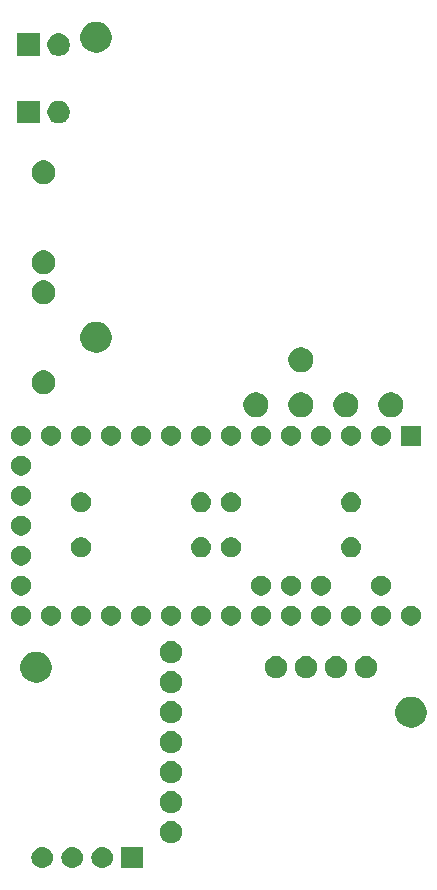
<source format=gbr>
G04 #@! TF.GenerationSoftware,KiCad,Pcbnew,(5.1.2)-2*
G04 #@! TF.CreationDate,2020-05-04T11:41:32-04:00*
G04 #@! TF.ProjectId,TeensyLC_DRV8871_MPRLS_Qwiic_v01,5465656e-7379-44c4-935f-445256383837,rev?*
G04 #@! TF.SameCoordinates,Original*
G04 #@! TF.FileFunction,Soldermask,Bot*
G04 #@! TF.FilePolarity,Negative*
%FSLAX46Y46*%
G04 Gerber Fmt 4.6, Leading zero omitted, Abs format (unit mm)*
G04 Created by KiCad (PCBNEW (5.1.2)-2) date 2020-05-04 11:41:32*
%MOMM*%
%LPD*%
G04 APERTURE LIST*
%ADD10C,0.100000*%
G04 APERTURE END LIST*
D10*
G36*
X31100442Y-68565518D02*
G01*
X31166627Y-68572037D01*
X31336466Y-68623557D01*
X31492991Y-68707222D01*
X31528729Y-68736552D01*
X31630186Y-68819814D01*
X31713448Y-68921271D01*
X31742778Y-68957009D01*
X31826443Y-69113534D01*
X31877963Y-69283373D01*
X31895359Y-69460000D01*
X31877963Y-69636627D01*
X31826443Y-69806466D01*
X31742778Y-69962991D01*
X31713448Y-69998729D01*
X31630186Y-70100186D01*
X31528729Y-70183448D01*
X31492991Y-70212778D01*
X31336466Y-70296443D01*
X31166627Y-70347963D01*
X31100443Y-70354481D01*
X31034260Y-70361000D01*
X30945740Y-70361000D01*
X30879557Y-70354481D01*
X30813373Y-70347963D01*
X30643534Y-70296443D01*
X30487009Y-70212778D01*
X30451271Y-70183448D01*
X30349814Y-70100186D01*
X30266552Y-69998729D01*
X30237222Y-69962991D01*
X30153557Y-69806466D01*
X30102037Y-69636627D01*
X30084641Y-69460000D01*
X30102037Y-69283373D01*
X30153557Y-69113534D01*
X30237222Y-68957009D01*
X30266552Y-68921271D01*
X30349814Y-68819814D01*
X30451271Y-68736552D01*
X30487009Y-68707222D01*
X30643534Y-68623557D01*
X30813373Y-68572037D01*
X30879558Y-68565518D01*
X30945740Y-68559000D01*
X31034260Y-68559000D01*
X31100442Y-68565518D01*
X31100442Y-68565518D01*
G37*
G36*
X33640442Y-68565518D02*
G01*
X33706627Y-68572037D01*
X33876466Y-68623557D01*
X34032991Y-68707222D01*
X34068729Y-68736552D01*
X34170186Y-68819814D01*
X34253448Y-68921271D01*
X34282778Y-68957009D01*
X34366443Y-69113534D01*
X34417963Y-69283373D01*
X34435359Y-69460000D01*
X34417963Y-69636627D01*
X34366443Y-69806466D01*
X34282778Y-69962991D01*
X34253448Y-69998729D01*
X34170186Y-70100186D01*
X34068729Y-70183448D01*
X34032991Y-70212778D01*
X33876466Y-70296443D01*
X33706627Y-70347963D01*
X33640443Y-70354481D01*
X33574260Y-70361000D01*
X33485740Y-70361000D01*
X33419557Y-70354481D01*
X33353373Y-70347963D01*
X33183534Y-70296443D01*
X33027009Y-70212778D01*
X32991271Y-70183448D01*
X32889814Y-70100186D01*
X32806552Y-69998729D01*
X32777222Y-69962991D01*
X32693557Y-69806466D01*
X32642037Y-69636627D01*
X32624641Y-69460000D01*
X32642037Y-69283373D01*
X32693557Y-69113534D01*
X32777222Y-68957009D01*
X32806552Y-68921271D01*
X32889814Y-68819814D01*
X32991271Y-68736552D01*
X33027009Y-68707222D01*
X33183534Y-68623557D01*
X33353373Y-68572037D01*
X33419558Y-68565518D01*
X33485740Y-68559000D01*
X33574260Y-68559000D01*
X33640442Y-68565518D01*
X33640442Y-68565518D01*
G37*
G36*
X28560442Y-68565518D02*
G01*
X28626627Y-68572037D01*
X28796466Y-68623557D01*
X28952991Y-68707222D01*
X28988729Y-68736552D01*
X29090186Y-68819814D01*
X29173448Y-68921271D01*
X29202778Y-68957009D01*
X29286443Y-69113534D01*
X29337963Y-69283373D01*
X29355359Y-69460000D01*
X29337963Y-69636627D01*
X29286443Y-69806466D01*
X29202778Y-69962991D01*
X29173448Y-69998729D01*
X29090186Y-70100186D01*
X28988729Y-70183448D01*
X28952991Y-70212778D01*
X28796466Y-70296443D01*
X28626627Y-70347963D01*
X28560443Y-70354481D01*
X28494260Y-70361000D01*
X28405740Y-70361000D01*
X28339557Y-70354481D01*
X28273373Y-70347963D01*
X28103534Y-70296443D01*
X27947009Y-70212778D01*
X27911271Y-70183448D01*
X27809814Y-70100186D01*
X27726552Y-69998729D01*
X27697222Y-69962991D01*
X27613557Y-69806466D01*
X27562037Y-69636627D01*
X27544641Y-69460000D01*
X27562037Y-69283373D01*
X27613557Y-69113534D01*
X27697222Y-68957009D01*
X27726552Y-68921271D01*
X27809814Y-68819814D01*
X27911271Y-68736552D01*
X27947009Y-68707222D01*
X28103534Y-68623557D01*
X28273373Y-68572037D01*
X28339558Y-68565518D01*
X28405740Y-68559000D01*
X28494260Y-68559000D01*
X28560442Y-68565518D01*
X28560442Y-68565518D01*
G37*
G36*
X36971000Y-70361000D02*
G01*
X35169000Y-70361000D01*
X35169000Y-68559000D01*
X36971000Y-68559000D01*
X36971000Y-70361000D01*
X36971000Y-70361000D01*
G37*
G36*
X39644187Y-66406123D02*
G01*
X39815255Y-66476982D01*
X39815257Y-66476983D01*
X39892758Y-66528768D01*
X39969214Y-66579854D01*
X40100146Y-66710786D01*
X40203018Y-66864745D01*
X40273877Y-67035813D01*
X40310000Y-67217417D01*
X40310000Y-67402583D01*
X40273877Y-67584187D01*
X40203018Y-67755255D01*
X40203017Y-67755257D01*
X40100145Y-67909215D01*
X39969215Y-68040145D01*
X39815257Y-68143017D01*
X39815256Y-68143018D01*
X39815255Y-68143018D01*
X39644187Y-68213877D01*
X39462583Y-68250000D01*
X39277417Y-68250000D01*
X39095813Y-68213877D01*
X38924745Y-68143018D01*
X38924744Y-68143018D01*
X38924743Y-68143017D01*
X38770785Y-68040145D01*
X38639855Y-67909215D01*
X38536983Y-67755257D01*
X38536982Y-67755255D01*
X38466123Y-67584187D01*
X38430000Y-67402583D01*
X38430000Y-67217417D01*
X38466123Y-67035813D01*
X38536982Y-66864745D01*
X38639854Y-66710786D01*
X38770786Y-66579854D01*
X38847242Y-66528768D01*
X38924743Y-66476983D01*
X38924745Y-66476982D01*
X39095813Y-66406123D01*
X39277417Y-66370000D01*
X39462583Y-66370000D01*
X39644187Y-66406123D01*
X39644187Y-66406123D01*
G37*
G36*
X39644187Y-63866123D02*
G01*
X39815255Y-63936982D01*
X39815257Y-63936983D01*
X39892758Y-63988768D01*
X39969214Y-64039854D01*
X40100146Y-64170786D01*
X40203018Y-64324745D01*
X40273877Y-64495813D01*
X40310000Y-64677417D01*
X40310000Y-64862583D01*
X40273877Y-65044187D01*
X40203018Y-65215255D01*
X40203017Y-65215257D01*
X40100145Y-65369215D01*
X39969215Y-65500145D01*
X39815257Y-65603017D01*
X39815256Y-65603018D01*
X39815255Y-65603018D01*
X39644187Y-65673877D01*
X39462583Y-65710000D01*
X39277417Y-65710000D01*
X39095813Y-65673877D01*
X38924745Y-65603018D01*
X38924744Y-65603018D01*
X38924743Y-65603017D01*
X38770785Y-65500145D01*
X38639855Y-65369215D01*
X38536983Y-65215257D01*
X38536982Y-65215255D01*
X38466123Y-65044187D01*
X38430000Y-64862583D01*
X38430000Y-64677417D01*
X38466123Y-64495813D01*
X38536982Y-64324745D01*
X38639854Y-64170786D01*
X38770786Y-64039854D01*
X38847242Y-63988768D01*
X38924743Y-63936983D01*
X38924745Y-63936982D01*
X39095813Y-63866123D01*
X39277417Y-63830000D01*
X39462583Y-63830000D01*
X39644187Y-63866123D01*
X39644187Y-63866123D01*
G37*
G36*
X39644187Y-61326123D02*
G01*
X39815255Y-61396982D01*
X39815257Y-61396983D01*
X39892758Y-61448768D01*
X39969214Y-61499854D01*
X40100146Y-61630786D01*
X40203018Y-61784745D01*
X40273877Y-61955813D01*
X40310000Y-62137417D01*
X40310000Y-62322583D01*
X40273877Y-62504187D01*
X40203018Y-62675255D01*
X40203017Y-62675257D01*
X40100145Y-62829215D01*
X39969215Y-62960145D01*
X39815257Y-63063017D01*
X39815256Y-63063018D01*
X39815255Y-63063018D01*
X39644187Y-63133877D01*
X39462583Y-63170000D01*
X39277417Y-63170000D01*
X39095813Y-63133877D01*
X38924745Y-63063018D01*
X38924744Y-63063018D01*
X38924743Y-63063017D01*
X38770785Y-62960145D01*
X38639855Y-62829215D01*
X38536983Y-62675257D01*
X38536982Y-62675255D01*
X38466123Y-62504187D01*
X38430000Y-62322583D01*
X38430000Y-62137417D01*
X38466123Y-61955813D01*
X38536982Y-61784745D01*
X38639854Y-61630786D01*
X38770786Y-61499854D01*
X38847242Y-61448768D01*
X38924743Y-61396983D01*
X38924745Y-61396982D01*
X39095813Y-61326123D01*
X39277417Y-61290000D01*
X39462583Y-61290000D01*
X39644187Y-61326123D01*
X39644187Y-61326123D01*
G37*
G36*
X39644187Y-58786123D02*
G01*
X39815255Y-58856982D01*
X39815257Y-58856983D01*
X39892758Y-58908768D01*
X39969214Y-58959854D01*
X40100146Y-59090786D01*
X40203018Y-59244745D01*
X40273877Y-59415813D01*
X40310000Y-59597417D01*
X40310000Y-59782583D01*
X40273877Y-59964187D01*
X40203018Y-60135255D01*
X40203017Y-60135257D01*
X40100145Y-60289215D01*
X39969215Y-60420145D01*
X39815257Y-60523017D01*
X39815256Y-60523018D01*
X39815255Y-60523018D01*
X39644187Y-60593877D01*
X39462583Y-60630000D01*
X39277417Y-60630000D01*
X39095813Y-60593877D01*
X38924745Y-60523018D01*
X38924744Y-60523018D01*
X38924743Y-60523017D01*
X38770785Y-60420145D01*
X38639855Y-60289215D01*
X38536983Y-60135257D01*
X38536982Y-60135255D01*
X38466123Y-59964187D01*
X38430000Y-59782583D01*
X38430000Y-59597417D01*
X38466123Y-59415813D01*
X38536982Y-59244745D01*
X38639854Y-59090786D01*
X38770786Y-58959854D01*
X38847242Y-58908768D01*
X38924743Y-58856983D01*
X38924745Y-58856982D01*
X39095813Y-58786123D01*
X39277417Y-58750000D01*
X39462583Y-58750000D01*
X39644187Y-58786123D01*
X39644187Y-58786123D01*
G37*
G36*
X59947714Y-55854382D02*
G01*
X60075322Y-55879765D01*
X60216148Y-55938097D01*
X60315727Y-55979344D01*
X60315728Y-55979345D01*
X60532089Y-56123912D01*
X60716088Y-56307911D01*
X60790886Y-56419855D01*
X60860656Y-56524273D01*
X60871638Y-56550786D01*
X60960235Y-56764678D01*
X61011000Y-57019893D01*
X61011000Y-57280107D01*
X60960235Y-57535322D01*
X60901903Y-57676148D01*
X60860656Y-57775727D01*
X60860655Y-57775728D01*
X60716088Y-57992089D01*
X60532089Y-58176088D01*
X60387521Y-58272685D01*
X60315727Y-58320656D01*
X60216148Y-58361903D01*
X60075322Y-58420235D01*
X59947714Y-58445618D01*
X59820109Y-58471000D01*
X59559891Y-58471000D01*
X59432286Y-58445618D01*
X59304678Y-58420235D01*
X59163852Y-58361903D01*
X59064273Y-58320656D01*
X58992479Y-58272685D01*
X58847911Y-58176088D01*
X58663912Y-57992089D01*
X58519345Y-57775728D01*
X58519344Y-57775727D01*
X58478097Y-57676148D01*
X58419765Y-57535322D01*
X58369000Y-57280107D01*
X58369000Y-57019893D01*
X58419765Y-56764678D01*
X58508362Y-56550786D01*
X58519344Y-56524273D01*
X58589114Y-56419855D01*
X58663912Y-56307911D01*
X58847911Y-56123912D01*
X59064272Y-55979345D01*
X59064273Y-55979344D01*
X59163852Y-55938097D01*
X59304678Y-55879765D01*
X59432286Y-55854382D01*
X59559891Y-55829000D01*
X59820109Y-55829000D01*
X59947714Y-55854382D01*
X59947714Y-55854382D01*
G37*
G36*
X39644187Y-56246123D02*
G01*
X39793358Y-56307912D01*
X39815257Y-56316983D01*
X39892758Y-56368768D01*
X39969214Y-56419854D01*
X40100146Y-56550786D01*
X40203018Y-56704745D01*
X40273877Y-56875813D01*
X40310000Y-57057417D01*
X40310000Y-57242583D01*
X40273877Y-57424187D01*
X40227844Y-57535320D01*
X40203017Y-57595257D01*
X40100145Y-57749215D01*
X39969215Y-57880145D01*
X39815257Y-57983017D01*
X39815256Y-57983018D01*
X39815255Y-57983018D01*
X39644187Y-58053877D01*
X39462583Y-58090000D01*
X39277417Y-58090000D01*
X39095813Y-58053877D01*
X38924745Y-57983018D01*
X38924744Y-57983018D01*
X38924743Y-57983017D01*
X38770785Y-57880145D01*
X38639855Y-57749215D01*
X38536983Y-57595257D01*
X38512156Y-57535320D01*
X38466123Y-57424187D01*
X38430000Y-57242583D01*
X38430000Y-57057417D01*
X38466123Y-56875813D01*
X38536982Y-56704745D01*
X38639854Y-56550786D01*
X38770786Y-56419854D01*
X38847242Y-56368768D01*
X38924743Y-56316983D01*
X38946642Y-56307912D01*
X39095813Y-56246123D01*
X39277417Y-56210000D01*
X39462583Y-56210000D01*
X39644187Y-56246123D01*
X39644187Y-56246123D01*
G37*
G36*
X39644187Y-53706123D02*
G01*
X39815255Y-53776982D01*
X39815257Y-53776983D01*
X39892758Y-53828768D01*
X39969214Y-53879854D01*
X40100146Y-54010786D01*
X40203018Y-54164745D01*
X40273877Y-54335813D01*
X40310000Y-54517417D01*
X40310000Y-54702583D01*
X40273877Y-54884187D01*
X40203018Y-55055255D01*
X40203017Y-55055257D01*
X40100145Y-55209215D01*
X39969215Y-55340145D01*
X39815257Y-55443017D01*
X39815256Y-55443018D01*
X39815255Y-55443018D01*
X39644187Y-55513877D01*
X39462583Y-55550000D01*
X39277417Y-55550000D01*
X39095813Y-55513877D01*
X38924745Y-55443018D01*
X38924744Y-55443018D01*
X38924743Y-55443017D01*
X38770785Y-55340145D01*
X38639855Y-55209215D01*
X38536983Y-55055257D01*
X38536982Y-55055255D01*
X38466123Y-54884187D01*
X38430000Y-54702583D01*
X38430000Y-54517417D01*
X38466123Y-54335813D01*
X38536982Y-54164745D01*
X38639854Y-54010786D01*
X38770786Y-53879854D01*
X38847242Y-53828768D01*
X38924743Y-53776983D01*
X38924745Y-53776982D01*
X39095813Y-53706123D01*
X39277417Y-53670000D01*
X39462583Y-53670000D01*
X39644187Y-53706123D01*
X39644187Y-53706123D01*
G37*
G36*
X28197715Y-52044383D02*
G01*
X28325322Y-52069765D01*
X28466148Y-52128097D01*
X28565727Y-52169344D01*
X28565728Y-52169345D01*
X28782089Y-52313912D01*
X28966088Y-52497911D01*
X29040886Y-52609855D01*
X29110656Y-52714273D01*
X29121638Y-52740786D01*
X29210235Y-52954678D01*
X29261000Y-53209893D01*
X29261000Y-53470107D01*
X29210235Y-53725322D01*
X29151903Y-53866148D01*
X29110656Y-53965727D01*
X29110655Y-53965728D01*
X28966088Y-54182089D01*
X28782089Y-54366088D01*
X28637521Y-54462685D01*
X28565727Y-54510656D01*
X28466148Y-54551903D01*
X28325322Y-54610235D01*
X28197715Y-54635617D01*
X28070109Y-54661000D01*
X27809891Y-54661000D01*
X27682285Y-54635617D01*
X27554678Y-54610235D01*
X27413852Y-54551903D01*
X27314273Y-54510656D01*
X27242479Y-54462685D01*
X27097911Y-54366088D01*
X26913912Y-54182089D01*
X26769345Y-53965728D01*
X26769344Y-53965727D01*
X26728097Y-53866148D01*
X26669765Y-53725322D01*
X26619000Y-53470107D01*
X26619000Y-53209893D01*
X26669765Y-52954678D01*
X26758362Y-52740786D01*
X26769344Y-52714273D01*
X26839114Y-52609855D01*
X26913912Y-52497911D01*
X27097911Y-52313912D01*
X27314272Y-52169345D01*
X27314273Y-52169344D01*
X27413852Y-52128097D01*
X27554678Y-52069765D01*
X27682285Y-52044383D01*
X27809891Y-52019000D01*
X28070109Y-52019000D01*
X28197715Y-52044383D01*
X28197715Y-52044383D01*
G37*
G36*
X53614187Y-52436123D02*
G01*
X53763358Y-52497912D01*
X53785257Y-52506983D01*
X53862758Y-52558768D01*
X53939214Y-52609854D01*
X54070146Y-52740786D01*
X54173018Y-52894745D01*
X54243877Y-53065813D01*
X54280000Y-53247417D01*
X54280000Y-53432583D01*
X54243877Y-53614187D01*
X54205795Y-53706124D01*
X54173017Y-53785257D01*
X54070145Y-53939215D01*
X53939215Y-54070145D01*
X53785257Y-54173017D01*
X53785256Y-54173018D01*
X53785255Y-54173018D01*
X53614187Y-54243877D01*
X53432583Y-54280000D01*
X53247417Y-54280000D01*
X53065813Y-54243877D01*
X52894745Y-54173018D01*
X52894744Y-54173018D01*
X52894743Y-54173017D01*
X52740785Y-54070145D01*
X52609855Y-53939215D01*
X52506983Y-53785257D01*
X52474205Y-53706124D01*
X52436123Y-53614187D01*
X52400000Y-53432583D01*
X52400000Y-53247417D01*
X52436123Y-53065813D01*
X52506982Y-52894745D01*
X52609854Y-52740786D01*
X52740786Y-52609854D01*
X52817242Y-52558768D01*
X52894743Y-52506983D01*
X52916642Y-52497912D01*
X53065813Y-52436123D01*
X53247417Y-52400000D01*
X53432583Y-52400000D01*
X53614187Y-52436123D01*
X53614187Y-52436123D01*
G37*
G36*
X48534187Y-52436123D02*
G01*
X48683358Y-52497912D01*
X48705257Y-52506983D01*
X48782758Y-52558768D01*
X48859214Y-52609854D01*
X48990146Y-52740786D01*
X49093018Y-52894745D01*
X49163877Y-53065813D01*
X49200000Y-53247417D01*
X49200000Y-53432583D01*
X49163877Y-53614187D01*
X49125795Y-53706124D01*
X49093017Y-53785257D01*
X48990145Y-53939215D01*
X48859215Y-54070145D01*
X48705257Y-54173017D01*
X48705256Y-54173018D01*
X48705255Y-54173018D01*
X48534187Y-54243877D01*
X48352583Y-54280000D01*
X48167417Y-54280000D01*
X47985813Y-54243877D01*
X47814745Y-54173018D01*
X47814744Y-54173018D01*
X47814743Y-54173017D01*
X47660785Y-54070145D01*
X47529855Y-53939215D01*
X47426983Y-53785257D01*
X47394205Y-53706124D01*
X47356123Y-53614187D01*
X47320000Y-53432583D01*
X47320000Y-53247417D01*
X47356123Y-53065813D01*
X47426982Y-52894745D01*
X47529854Y-52740786D01*
X47660786Y-52609854D01*
X47737242Y-52558768D01*
X47814743Y-52506983D01*
X47836642Y-52497912D01*
X47985813Y-52436123D01*
X48167417Y-52400000D01*
X48352583Y-52400000D01*
X48534187Y-52436123D01*
X48534187Y-52436123D01*
G37*
G36*
X51074187Y-52436123D02*
G01*
X51223358Y-52497912D01*
X51245257Y-52506983D01*
X51322758Y-52558768D01*
X51399214Y-52609854D01*
X51530146Y-52740786D01*
X51633018Y-52894745D01*
X51703877Y-53065813D01*
X51740000Y-53247417D01*
X51740000Y-53432583D01*
X51703877Y-53614187D01*
X51665795Y-53706124D01*
X51633017Y-53785257D01*
X51530145Y-53939215D01*
X51399215Y-54070145D01*
X51245257Y-54173017D01*
X51245256Y-54173018D01*
X51245255Y-54173018D01*
X51074187Y-54243877D01*
X50892583Y-54280000D01*
X50707417Y-54280000D01*
X50525813Y-54243877D01*
X50354745Y-54173018D01*
X50354744Y-54173018D01*
X50354743Y-54173017D01*
X50200785Y-54070145D01*
X50069855Y-53939215D01*
X49966983Y-53785257D01*
X49934205Y-53706124D01*
X49896123Y-53614187D01*
X49860000Y-53432583D01*
X49860000Y-53247417D01*
X49896123Y-53065813D01*
X49966982Y-52894745D01*
X50069854Y-52740786D01*
X50200786Y-52609854D01*
X50277242Y-52558768D01*
X50354743Y-52506983D01*
X50376642Y-52497912D01*
X50525813Y-52436123D01*
X50707417Y-52400000D01*
X50892583Y-52400000D01*
X51074187Y-52436123D01*
X51074187Y-52436123D01*
G37*
G36*
X56154187Y-52436123D02*
G01*
X56303358Y-52497912D01*
X56325257Y-52506983D01*
X56402758Y-52558768D01*
X56479214Y-52609854D01*
X56610146Y-52740786D01*
X56713018Y-52894745D01*
X56783877Y-53065813D01*
X56820000Y-53247417D01*
X56820000Y-53432583D01*
X56783877Y-53614187D01*
X56745795Y-53706124D01*
X56713017Y-53785257D01*
X56610145Y-53939215D01*
X56479215Y-54070145D01*
X56325257Y-54173017D01*
X56325256Y-54173018D01*
X56325255Y-54173018D01*
X56154187Y-54243877D01*
X55972583Y-54280000D01*
X55787417Y-54280000D01*
X55605813Y-54243877D01*
X55434745Y-54173018D01*
X55434744Y-54173018D01*
X55434743Y-54173017D01*
X55280785Y-54070145D01*
X55149855Y-53939215D01*
X55046983Y-53785257D01*
X55014205Y-53706124D01*
X54976123Y-53614187D01*
X54940000Y-53432583D01*
X54940000Y-53247417D01*
X54976123Y-53065813D01*
X55046982Y-52894745D01*
X55149854Y-52740786D01*
X55280786Y-52609854D01*
X55357242Y-52558768D01*
X55434743Y-52506983D01*
X55456642Y-52497912D01*
X55605813Y-52436123D01*
X55787417Y-52400000D01*
X55972583Y-52400000D01*
X56154187Y-52436123D01*
X56154187Y-52436123D01*
G37*
G36*
X39644187Y-51166123D02*
G01*
X39815255Y-51236982D01*
X39815257Y-51236983D01*
X39892758Y-51288768D01*
X39969214Y-51339854D01*
X40100146Y-51470786D01*
X40203018Y-51624745D01*
X40273877Y-51795813D01*
X40310000Y-51977417D01*
X40310000Y-52162583D01*
X40273877Y-52344187D01*
X40235795Y-52436124D01*
X40203017Y-52515257D01*
X40100145Y-52669215D01*
X39969215Y-52800145D01*
X39815257Y-52903017D01*
X39815256Y-52903018D01*
X39815255Y-52903018D01*
X39644187Y-52973877D01*
X39462583Y-53010000D01*
X39277417Y-53010000D01*
X39095813Y-52973877D01*
X38924745Y-52903018D01*
X38924744Y-52903018D01*
X38924743Y-52903017D01*
X38770785Y-52800145D01*
X38639855Y-52669215D01*
X38536983Y-52515257D01*
X38504205Y-52436124D01*
X38466123Y-52344187D01*
X38430000Y-52162583D01*
X38430000Y-51977417D01*
X38466123Y-51795813D01*
X38536982Y-51624745D01*
X38639854Y-51470786D01*
X38770786Y-51339854D01*
X38847242Y-51288768D01*
X38924743Y-51236983D01*
X38924745Y-51236982D01*
X39095813Y-51166123D01*
X39277417Y-51130000D01*
X39462583Y-51130000D01*
X39644187Y-51166123D01*
X39644187Y-51166123D01*
G37*
G36*
X34538228Y-48151704D02*
G01*
X34693100Y-48215854D01*
X34832481Y-48308986D01*
X34951015Y-48427520D01*
X35044147Y-48566901D01*
X35108297Y-48721773D01*
X35141000Y-48886185D01*
X35141000Y-49053817D01*
X35108297Y-49218229D01*
X35044147Y-49373101D01*
X34951015Y-49512482D01*
X34832481Y-49631016D01*
X34693100Y-49724148D01*
X34538228Y-49788298D01*
X34373816Y-49821001D01*
X34206184Y-49821001D01*
X34041772Y-49788298D01*
X33886900Y-49724148D01*
X33747519Y-49631016D01*
X33628985Y-49512482D01*
X33535853Y-49373101D01*
X33471703Y-49218229D01*
X33439000Y-49053817D01*
X33439000Y-48886185D01*
X33471703Y-48721773D01*
X33535853Y-48566901D01*
X33628985Y-48427520D01*
X33747519Y-48308986D01*
X33886900Y-48215854D01*
X34041772Y-48151704D01*
X34206184Y-48119001D01*
X34373816Y-48119001D01*
X34538228Y-48151704D01*
X34538228Y-48151704D01*
G37*
G36*
X44698228Y-48151704D02*
G01*
X44853100Y-48215854D01*
X44992481Y-48308986D01*
X45111015Y-48427520D01*
X45204147Y-48566901D01*
X45268297Y-48721773D01*
X45301000Y-48886185D01*
X45301000Y-49053817D01*
X45268297Y-49218229D01*
X45204147Y-49373101D01*
X45111015Y-49512482D01*
X44992481Y-49631016D01*
X44853100Y-49724148D01*
X44698228Y-49788298D01*
X44533816Y-49821001D01*
X44366184Y-49821001D01*
X44201772Y-49788298D01*
X44046900Y-49724148D01*
X43907519Y-49631016D01*
X43788985Y-49512482D01*
X43695853Y-49373101D01*
X43631703Y-49218229D01*
X43599000Y-49053817D01*
X43599000Y-48886185D01*
X43631703Y-48721773D01*
X43695853Y-48566901D01*
X43788985Y-48427520D01*
X43907519Y-48308986D01*
X44046900Y-48215854D01*
X44201772Y-48151704D01*
X44366184Y-48119001D01*
X44533816Y-48119001D01*
X44698228Y-48151704D01*
X44698228Y-48151704D01*
G37*
G36*
X42158228Y-48151704D02*
G01*
X42313100Y-48215854D01*
X42452481Y-48308986D01*
X42571015Y-48427520D01*
X42664147Y-48566901D01*
X42728297Y-48721773D01*
X42761000Y-48886185D01*
X42761000Y-49053817D01*
X42728297Y-49218229D01*
X42664147Y-49373101D01*
X42571015Y-49512482D01*
X42452481Y-49631016D01*
X42313100Y-49724148D01*
X42158228Y-49788298D01*
X41993816Y-49821001D01*
X41826184Y-49821001D01*
X41661772Y-49788298D01*
X41506900Y-49724148D01*
X41367519Y-49631016D01*
X41248985Y-49512482D01*
X41155853Y-49373101D01*
X41091703Y-49218229D01*
X41059000Y-49053817D01*
X41059000Y-48886185D01*
X41091703Y-48721773D01*
X41155853Y-48566901D01*
X41248985Y-48427520D01*
X41367519Y-48308986D01*
X41506900Y-48215854D01*
X41661772Y-48151704D01*
X41826184Y-48119001D01*
X41993816Y-48119001D01*
X42158228Y-48151704D01*
X42158228Y-48151704D01*
G37*
G36*
X59938228Y-48151704D02*
G01*
X60093100Y-48215854D01*
X60232481Y-48308986D01*
X60351015Y-48427520D01*
X60444147Y-48566901D01*
X60508297Y-48721773D01*
X60541000Y-48886185D01*
X60541000Y-49053817D01*
X60508297Y-49218229D01*
X60444147Y-49373101D01*
X60351015Y-49512482D01*
X60232481Y-49631016D01*
X60093100Y-49724148D01*
X59938228Y-49788298D01*
X59773816Y-49821001D01*
X59606184Y-49821001D01*
X59441772Y-49788298D01*
X59286900Y-49724148D01*
X59147519Y-49631016D01*
X59028985Y-49512482D01*
X58935853Y-49373101D01*
X58871703Y-49218229D01*
X58839000Y-49053817D01*
X58839000Y-48886185D01*
X58871703Y-48721773D01*
X58935853Y-48566901D01*
X59028985Y-48427520D01*
X59147519Y-48308986D01*
X59286900Y-48215854D01*
X59441772Y-48151704D01*
X59606184Y-48119001D01*
X59773816Y-48119001D01*
X59938228Y-48151704D01*
X59938228Y-48151704D01*
G37*
G36*
X52318228Y-48151704D02*
G01*
X52473100Y-48215854D01*
X52612481Y-48308986D01*
X52731015Y-48427520D01*
X52824147Y-48566901D01*
X52888297Y-48721773D01*
X52921000Y-48886185D01*
X52921000Y-49053817D01*
X52888297Y-49218229D01*
X52824147Y-49373101D01*
X52731015Y-49512482D01*
X52612481Y-49631016D01*
X52473100Y-49724148D01*
X52318228Y-49788298D01*
X52153816Y-49821001D01*
X51986184Y-49821001D01*
X51821772Y-49788298D01*
X51666900Y-49724148D01*
X51527519Y-49631016D01*
X51408985Y-49512482D01*
X51315853Y-49373101D01*
X51251703Y-49218229D01*
X51219000Y-49053817D01*
X51219000Y-48886185D01*
X51251703Y-48721773D01*
X51315853Y-48566901D01*
X51408985Y-48427520D01*
X51527519Y-48308986D01*
X51666900Y-48215854D01*
X51821772Y-48151704D01*
X51986184Y-48119001D01*
X52153816Y-48119001D01*
X52318228Y-48151704D01*
X52318228Y-48151704D01*
G37*
G36*
X49778228Y-48151704D02*
G01*
X49933100Y-48215854D01*
X50072481Y-48308986D01*
X50191015Y-48427520D01*
X50284147Y-48566901D01*
X50348297Y-48721773D01*
X50381000Y-48886185D01*
X50381000Y-49053817D01*
X50348297Y-49218229D01*
X50284147Y-49373101D01*
X50191015Y-49512482D01*
X50072481Y-49631016D01*
X49933100Y-49724148D01*
X49778228Y-49788298D01*
X49613816Y-49821001D01*
X49446184Y-49821001D01*
X49281772Y-49788298D01*
X49126900Y-49724148D01*
X48987519Y-49631016D01*
X48868985Y-49512482D01*
X48775853Y-49373101D01*
X48711703Y-49218229D01*
X48679000Y-49053817D01*
X48679000Y-48886185D01*
X48711703Y-48721773D01*
X48775853Y-48566901D01*
X48868985Y-48427520D01*
X48987519Y-48308986D01*
X49126900Y-48215854D01*
X49281772Y-48151704D01*
X49446184Y-48119001D01*
X49613816Y-48119001D01*
X49778228Y-48151704D01*
X49778228Y-48151704D01*
G37*
G36*
X57398228Y-48151704D02*
G01*
X57553100Y-48215854D01*
X57692481Y-48308986D01*
X57811015Y-48427520D01*
X57904147Y-48566901D01*
X57968297Y-48721773D01*
X58001000Y-48886185D01*
X58001000Y-49053817D01*
X57968297Y-49218229D01*
X57904147Y-49373101D01*
X57811015Y-49512482D01*
X57692481Y-49631016D01*
X57553100Y-49724148D01*
X57398228Y-49788298D01*
X57233816Y-49821001D01*
X57066184Y-49821001D01*
X56901772Y-49788298D01*
X56746900Y-49724148D01*
X56607519Y-49631016D01*
X56488985Y-49512482D01*
X56395853Y-49373101D01*
X56331703Y-49218229D01*
X56299000Y-49053817D01*
X56299000Y-48886185D01*
X56331703Y-48721773D01*
X56395853Y-48566901D01*
X56488985Y-48427520D01*
X56607519Y-48308986D01*
X56746900Y-48215854D01*
X56901772Y-48151704D01*
X57066184Y-48119001D01*
X57233816Y-48119001D01*
X57398228Y-48151704D01*
X57398228Y-48151704D01*
G37*
G36*
X54858228Y-48151704D02*
G01*
X55013100Y-48215854D01*
X55152481Y-48308986D01*
X55271015Y-48427520D01*
X55364147Y-48566901D01*
X55428297Y-48721773D01*
X55461000Y-48886185D01*
X55461000Y-49053817D01*
X55428297Y-49218229D01*
X55364147Y-49373101D01*
X55271015Y-49512482D01*
X55152481Y-49631016D01*
X55013100Y-49724148D01*
X54858228Y-49788298D01*
X54693816Y-49821001D01*
X54526184Y-49821001D01*
X54361772Y-49788298D01*
X54206900Y-49724148D01*
X54067519Y-49631016D01*
X53948985Y-49512482D01*
X53855853Y-49373101D01*
X53791703Y-49218229D01*
X53759000Y-49053817D01*
X53759000Y-48886185D01*
X53791703Y-48721773D01*
X53855853Y-48566901D01*
X53948985Y-48427520D01*
X54067519Y-48308986D01*
X54206900Y-48215854D01*
X54361772Y-48151704D01*
X54526184Y-48119001D01*
X54693816Y-48119001D01*
X54858228Y-48151704D01*
X54858228Y-48151704D01*
G37*
G36*
X47238228Y-48151704D02*
G01*
X47393100Y-48215854D01*
X47532481Y-48308986D01*
X47651015Y-48427520D01*
X47744147Y-48566901D01*
X47808297Y-48721773D01*
X47841000Y-48886185D01*
X47841000Y-49053817D01*
X47808297Y-49218229D01*
X47744147Y-49373101D01*
X47651015Y-49512482D01*
X47532481Y-49631016D01*
X47393100Y-49724148D01*
X47238228Y-49788298D01*
X47073816Y-49821001D01*
X46906184Y-49821001D01*
X46741772Y-49788298D01*
X46586900Y-49724148D01*
X46447519Y-49631016D01*
X46328985Y-49512482D01*
X46235853Y-49373101D01*
X46171703Y-49218229D01*
X46139000Y-49053817D01*
X46139000Y-48886185D01*
X46171703Y-48721773D01*
X46235853Y-48566901D01*
X46328985Y-48427520D01*
X46447519Y-48308986D01*
X46586900Y-48215854D01*
X46741772Y-48151704D01*
X46906184Y-48119001D01*
X47073816Y-48119001D01*
X47238228Y-48151704D01*
X47238228Y-48151704D01*
G37*
G36*
X37078228Y-48151704D02*
G01*
X37233100Y-48215854D01*
X37372481Y-48308986D01*
X37491015Y-48427520D01*
X37584147Y-48566901D01*
X37648297Y-48721773D01*
X37681000Y-48886185D01*
X37681000Y-49053817D01*
X37648297Y-49218229D01*
X37584147Y-49373101D01*
X37491015Y-49512482D01*
X37372481Y-49631016D01*
X37233100Y-49724148D01*
X37078228Y-49788298D01*
X36913816Y-49821001D01*
X36746184Y-49821001D01*
X36581772Y-49788298D01*
X36426900Y-49724148D01*
X36287519Y-49631016D01*
X36168985Y-49512482D01*
X36075853Y-49373101D01*
X36011703Y-49218229D01*
X35979000Y-49053817D01*
X35979000Y-48886185D01*
X36011703Y-48721773D01*
X36075853Y-48566901D01*
X36168985Y-48427520D01*
X36287519Y-48308986D01*
X36426900Y-48215854D01*
X36581772Y-48151704D01*
X36746184Y-48119001D01*
X36913816Y-48119001D01*
X37078228Y-48151704D01*
X37078228Y-48151704D01*
G37*
G36*
X31998228Y-48151704D02*
G01*
X32153100Y-48215854D01*
X32292481Y-48308986D01*
X32411015Y-48427520D01*
X32504147Y-48566901D01*
X32568297Y-48721773D01*
X32601000Y-48886185D01*
X32601000Y-49053817D01*
X32568297Y-49218229D01*
X32504147Y-49373101D01*
X32411015Y-49512482D01*
X32292481Y-49631016D01*
X32153100Y-49724148D01*
X31998228Y-49788298D01*
X31833816Y-49821001D01*
X31666184Y-49821001D01*
X31501772Y-49788298D01*
X31346900Y-49724148D01*
X31207519Y-49631016D01*
X31088985Y-49512482D01*
X30995853Y-49373101D01*
X30931703Y-49218229D01*
X30899000Y-49053817D01*
X30899000Y-48886185D01*
X30931703Y-48721773D01*
X30995853Y-48566901D01*
X31088985Y-48427520D01*
X31207519Y-48308986D01*
X31346900Y-48215854D01*
X31501772Y-48151704D01*
X31666184Y-48119001D01*
X31833816Y-48119001D01*
X31998228Y-48151704D01*
X31998228Y-48151704D01*
G37*
G36*
X29458228Y-48151704D02*
G01*
X29613100Y-48215854D01*
X29752481Y-48308986D01*
X29871015Y-48427520D01*
X29964147Y-48566901D01*
X30028297Y-48721773D01*
X30061000Y-48886185D01*
X30061000Y-49053817D01*
X30028297Y-49218229D01*
X29964147Y-49373101D01*
X29871015Y-49512482D01*
X29752481Y-49631016D01*
X29613100Y-49724148D01*
X29458228Y-49788298D01*
X29293816Y-49821001D01*
X29126184Y-49821001D01*
X28961772Y-49788298D01*
X28806900Y-49724148D01*
X28667519Y-49631016D01*
X28548985Y-49512482D01*
X28455853Y-49373101D01*
X28391703Y-49218229D01*
X28359000Y-49053817D01*
X28359000Y-48886185D01*
X28391703Y-48721773D01*
X28455853Y-48566901D01*
X28548985Y-48427520D01*
X28667519Y-48308986D01*
X28806900Y-48215854D01*
X28961772Y-48151704D01*
X29126184Y-48119001D01*
X29293816Y-48119001D01*
X29458228Y-48151704D01*
X29458228Y-48151704D01*
G37*
G36*
X39618228Y-48151704D02*
G01*
X39773100Y-48215854D01*
X39912481Y-48308986D01*
X40031015Y-48427520D01*
X40124147Y-48566901D01*
X40188297Y-48721773D01*
X40221000Y-48886185D01*
X40221000Y-49053817D01*
X40188297Y-49218229D01*
X40124147Y-49373101D01*
X40031015Y-49512482D01*
X39912481Y-49631016D01*
X39773100Y-49724148D01*
X39618228Y-49788298D01*
X39453816Y-49821001D01*
X39286184Y-49821001D01*
X39121772Y-49788298D01*
X38966900Y-49724148D01*
X38827519Y-49631016D01*
X38708985Y-49512482D01*
X38615853Y-49373101D01*
X38551703Y-49218229D01*
X38519000Y-49053817D01*
X38519000Y-48886185D01*
X38551703Y-48721773D01*
X38615853Y-48566901D01*
X38708985Y-48427520D01*
X38827519Y-48308986D01*
X38966900Y-48215854D01*
X39121772Y-48151704D01*
X39286184Y-48119001D01*
X39453816Y-48119001D01*
X39618228Y-48151704D01*
X39618228Y-48151704D01*
G37*
G36*
X26918228Y-48151704D02*
G01*
X27073100Y-48215854D01*
X27212481Y-48308986D01*
X27331015Y-48427520D01*
X27424147Y-48566901D01*
X27488297Y-48721773D01*
X27521000Y-48886185D01*
X27521000Y-49053817D01*
X27488297Y-49218229D01*
X27424147Y-49373101D01*
X27331015Y-49512482D01*
X27212481Y-49631016D01*
X27073100Y-49724148D01*
X26918228Y-49788298D01*
X26753816Y-49821001D01*
X26586184Y-49821001D01*
X26421772Y-49788298D01*
X26266900Y-49724148D01*
X26127519Y-49631016D01*
X26008985Y-49512482D01*
X25915853Y-49373101D01*
X25851703Y-49218229D01*
X25819000Y-49053817D01*
X25819000Y-48886185D01*
X25851703Y-48721773D01*
X25915853Y-48566901D01*
X26008985Y-48427520D01*
X26127519Y-48308986D01*
X26266900Y-48215854D01*
X26421772Y-48151704D01*
X26586184Y-48119001D01*
X26753816Y-48119001D01*
X26918228Y-48151704D01*
X26918228Y-48151704D01*
G37*
G36*
X47238228Y-45611704D02*
G01*
X47393100Y-45675854D01*
X47532481Y-45768986D01*
X47651015Y-45887520D01*
X47744147Y-46026901D01*
X47808297Y-46181773D01*
X47841000Y-46346185D01*
X47841000Y-46513817D01*
X47808297Y-46678229D01*
X47744147Y-46833101D01*
X47651015Y-46972482D01*
X47532481Y-47091016D01*
X47393100Y-47184148D01*
X47238228Y-47248298D01*
X47073816Y-47281001D01*
X46906184Y-47281001D01*
X46741772Y-47248298D01*
X46586900Y-47184148D01*
X46447519Y-47091016D01*
X46328985Y-46972482D01*
X46235853Y-46833101D01*
X46171703Y-46678229D01*
X46139000Y-46513817D01*
X46139000Y-46346185D01*
X46171703Y-46181773D01*
X46235853Y-46026901D01*
X46328985Y-45887520D01*
X46447519Y-45768986D01*
X46586900Y-45675854D01*
X46741772Y-45611704D01*
X46906184Y-45579001D01*
X47073816Y-45579001D01*
X47238228Y-45611704D01*
X47238228Y-45611704D01*
G37*
G36*
X49778228Y-45611704D02*
G01*
X49933100Y-45675854D01*
X50072481Y-45768986D01*
X50191015Y-45887520D01*
X50284147Y-46026901D01*
X50348297Y-46181773D01*
X50381000Y-46346185D01*
X50381000Y-46513817D01*
X50348297Y-46678229D01*
X50284147Y-46833101D01*
X50191015Y-46972482D01*
X50072481Y-47091016D01*
X49933100Y-47184148D01*
X49778228Y-47248298D01*
X49613816Y-47281001D01*
X49446184Y-47281001D01*
X49281772Y-47248298D01*
X49126900Y-47184148D01*
X48987519Y-47091016D01*
X48868985Y-46972482D01*
X48775853Y-46833101D01*
X48711703Y-46678229D01*
X48679000Y-46513817D01*
X48679000Y-46346185D01*
X48711703Y-46181773D01*
X48775853Y-46026901D01*
X48868985Y-45887520D01*
X48987519Y-45768986D01*
X49126900Y-45675854D01*
X49281772Y-45611704D01*
X49446184Y-45579001D01*
X49613816Y-45579001D01*
X49778228Y-45611704D01*
X49778228Y-45611704D01*
G37*
G36*
X57398228Y-45611704D02*
G01*
X57553100Y-45675854D01*
X57692481Y-45768986D01*
X57811015Y-45887520D01*
X57904147Y-46026901D01*
X57968297Y-46181773D01*
X58001000Y-46346185D01*
X58001000Y-46513817D01*
X57968297Y-46678229D01*
X57904147Y-46833101D01*
X57811015Y-46972482D01*
X57692481Y-47091016D01*
X57553100Y-47184148D01*
X57398228Y-47248298D01*
X57233816Y-47281001D01*
X57066184Y-47281001D01*
X56901772Y-47248298D01*
X56746900Y-47184148D01*
X56607519Y-47091016D01*
X56488985Y-46972482D01*
X56395853Y-46833101D01*
X56331703Y-46678229D01*
X56299000Y-46513817D01*
X56299000Y-46346185D01*
X56331703Y-46181773D01*
X56395853Y-46026901D01*
X56488985Y-45887520D01*
X56607519Y-45768986D01*
X56746900Y-45675854D01*
X56901772Y-45611704D01*
X57066184Y-45579001D01*
X57233816Y-45579001D01*
X57398228Y-45611704D01*
X57398228Y-45611704D01*
G37*
G36*
X52318228Y-45611704D02*
G01*
X52473100Y-45675854D01*
X52612481Y-45768986D01*
X52731015Y-45887520D01*
X52824147Y-46026901D01*
X52888297Y-46181773D01*
X52921000Y-46346185D01*
X52921000Y-46513817D01*
X52888297Y-46678229D01*
X52824147Y-46833101D01*
X52731015Y-46972482D01*
X52612481Y-47091016D01*
X52473100Y-47184148D01*
X52318228Y-47248298D01*
X52153816Y-47281001D01*
X51986184Y-47281001D01*
X51821772Y-47248298D01*
X51666900Y-47184148D01*
X51527519Y-47091016D01*
X51408985Y-46972482D01*
X51315853Y-46833101D01*
X51251703Y-46678229D01*
X51219000Y-46513817D01*
X51219000Y-46346185D01*
X51251703Y-46181773D01*
X51315853Y-46026901D01*
X51408985Y-45887520D01*
X51527519Y-45768986D01*
X51666900Y-45675854D01*
X51821772Y-45611704D01*
X51986184Y-45579001D01*
X52153816Y-45579001D01*
X52318228Y-45611704D01*
X52318228Y-45611704D01*
G37*
G36*
X26918228Y-45611704D02*
G01*
X27073100Y-45675854D01*
X27212481Y-45768986D01*
X27331015Y-45887520D01*
X27424147Y-46026901D01*
X27488297Y-46181773D01*
X27521000Y-46346185D01*
X27521000Y-46513817D01*
X27488297Y-46678229D01*
X27424147Y-46833101D01*
X27331015Y-46972482D01*
X27212481Y-47091016D01*
X27073100Y-47184148D01*
X26918228Y-47248298D01*
X26753816Y-47281001D01*
X26586184Y-47281001D01*
X26421772Y-47248298D01*
X26266900Y-47184148D01*
X26127519Y-47091016D01*
X26008985Y-46972482D01*
X25915853Y-46833101D01*
X25851703Y-46678229D01*
X25819000Y-46513817D01*
X25819000Y-46346185D01*
X25851703Y-46181773D01*
X25915853Y-46026901D01*
X26008985Y-45887520D01*
X26127519Y-45768986D01*
X26266900Y-45675854D01*
X26421772Y-45611704D01*
X26586184Y-45579001D01*
X26753816Y-45579001D01*
X26918228Y-45611704D01*
X26918228Y-45611704D01*
G37*
G36*
X26918228Y-43071704D02*
G01*
X27073100Y-43135854D01*
X27212481Y-43228986D01*
X27331015Y-43347520D01*
X27424147Y-43486901D01*
X27488297Y-43641773D01*
X27521000Y-43806185D01*
X27521000Y-43973817D01*
X27488297Y-44138229D01*
X27424147Y-44293101D01*
X27331015Y-44432482D01*
X27212481Y-44551016D01*
X27073100Y-44644148D01*
X26918228Y-44708298D01*
X26753816Y-44741001D01*
X26586184Y-44741001D01*
X26421772Y-44708298D01*
X26266900Y-44644148D01*
X26127519Y-44551016D01*
X26008985Y-44432482D01*
X25915853Y-44293101D01*
X25851703Y-44138229D01*
X25819000Y-43973817D01*
X25819000Y-43806185D01*
X25851703Y-43641773D01*
X25915853Y-43486901D01*
X26008985Y-43347520D01*
X26127519Y-43228986D01*
X26266900Y-43135854D01*
X26421772Y-43071704D01*
X26586184Y-43039001D01*
X26753816Y-43039001D01*
X26918228Y-43071704D01*
X26918228Y-43071704D01*
G37*
G36*
X31998228Y-42361703D02*
G01*
X32153100Y-42425853D01*
X32292481Y-42518985D01*
X32411015Y-42637519D01*
X32504147Y-42776900D01*
X32568297Y-42931772D01*
X32601000Y-43096184D01*
X32601000Y-43263816D01*
X32568297Y-43428228D01*
X32504147Y-43583100D01*
X32411015Y-43722481D01*
X32292481Y-43841015D01*
X32153100Y-43934147D01*
X31998228Y-43998297D01*
X31833816Y-44031000D01*
X31666184Y-44031000D01*
X31501772Y-43998297D01*
X31346900Y-43934147D01*
X31207519Y-43841015D01*
X31088985Y-43722481D01*
X30995853Y-43583100D01*
X30931703Y-43428228D01*
X30899000Y-43263816D01*
X30899000Y-43096184D01*
X30931703Y-42931772D01*
X30995853Y-42776900D01*
X31088985Y-42637519D01*
X31207519Y-42518985D01*
X31346900Y-42425853D01*
X31501772Y-42361703D01*
X31666184Y-42329000D01*
X31833816Y-42329000D01*
X31998228Y-42361703D01*
X31998228Y-42361703D01*
G37*
G36*
X54776823Y-42341313D02*
G01*
X54937242Y-42389976D01*
X55004361Y-42425852D01*
X55085078Y-42468996D01*
X55214659Y-42575341D01*
X55321004Y-42704922D01*
X55321005Y-42704924D01*
X55400024Y-42852758D01*
X55448687Y-43013177D01*
X55465117Y-43180000D01*
X55448687Y-43346823D01*
X55400024Y-43507242D01*
X55359477Y-43583100D01*
X55321004Y-43655078D01*
X55214659Y-43784659D01*
X55085078Y-43891004D01*
X55085076Y-43891005D01*
X54937242Y-43970024D01*
X54776823Y-44018687D01*
X54651804Y-44031000D01*
X54568196Y-44031000D01*
X54443177Y-44018687D01*
X54282758Y-43970024D01*
X54134924Y-43891005D01*
X54134922Y-43891004D01*
X54005341Y-43784659D01*
X53898996Y-43655078D01*
X53860523Y-43583100D01*
X53819976Y-43507242D01*
X53771313Y-43346823D01*
X53754883Y-43180000D01*
X53771313Y-43013177D01*
X53819976Y-42852758D01*
X53898995Y-42704924D01*
X53898996Y-42704922D01*
X54005341Y-42575341D01*
X54134922Y-42468996D01*
X54215639Y-42425852D01*
X54282758Y-42389976D01*
X54443177Y-42341313D01*
X54568196Y-42329000D01*
X54651804Y-42329000D01*
X54776823Y-42341313D01*
X54776823Y-42341313D01*
G37*
G36*
X44698228Y-42361703D02*
G01*
X44853100Y-42425853D01*
X44992481Y-42518985D01*
X45111015Y-42637519D01*
X45204147Y-42776900D01*
X45268297Y-42931772D01*
X45301000Y-43096184D01*
X45301000Y-43263816D01*
X45268297Y-43428228D01*
X45204147Y-43583100D01*
X45111015Y-43722481D01*
X44992481Y-43841015D01*
X44853100Y-43934147D01*
X44698228Y-43998297D01*
X44533816Y-44031000D01*
X44366184Y-44031000D01*
X44201772Y-43998297D01*
X44046900Y-43934147D01*
X43907519Y-43841015D01*
X43788985Y-43722481D01*
X43695853Y-43583100D01*
X43631703Y-43428228D01*
X43599000Y-43263816D01*
X43599000Y-43096184D01*
X43631703Y-42931772D01*
X43695853Y-42776900D01*
X43788985Y-42637519D01*
X43907519Y-42518985D01*
X44046900Y-42425853D01*
X44201772Y-42361703D01*
X44366184Y-42329000D01*
X44533816Y-42329000D01*
X44698228Y-42361703D01*
X44698228Y-42361703D01*
G37*
G36*
X42076823Y-42341313D02*
G01*
X42237242Y-42389976D01*
X42304361Y-42425852D01*
X42385078Y-42468996D01*
X42514659Y-42575341D01*
X42621004Y-42704922D01*
X42621005Y-42704924D01*
X42700024Y-42852758D01*
X42748687Y-43013177D01*
X42765117Y-43180000D01*
X42748687Y-43346823D01*
X42700024Y-43507242D01*
X42659477Y-43583100D01*
X42621004Y-43655078D01*
X42514659Y-43784659D01*
X42385078Y-43891004D01*
X42385076Y-43891005D01*
X42237242Y-43970024D01*
X42076823Y-44018687D01*
X41951804Y-44031000D01*
X41868196Y-44031000D01*
X41743177Y-44018687D01*
X41582758Y-43970024D01*
X41434924Y-43891005D01*
X41434922Y-43891004D01*
X41305341Y-43784659D01*
X41198996Y-43655078D01*
X41160523Y-43583100D01*
X41119976Y-43507242D01*
X41071313Y-43346823D01*
X41054883Y-43180000D01*
X41071313Y-43013177D01*
X41119976Y-42852758D01*
X41198995Y-42704924D01*
X41198996Y-42704922D01*
X41305341Y-42575341D01*
X41434922Y-42468996D01*
X41515639Y-42425852D01*
X41582758Y-42389976D01*
X41743177Y-42341313D01*
X41868196Y-42329000D01*
X41951804Y-42329000D01*
X42076823Y-42341313D01*
X42076823Y-42341313D01*
G37*
G36*
X26918228Y-40531704D02*
G01*
X27073100Y-40595854D01*
X27212481Y-40688986D01*
X27331015Y-40807520D01*
X27424147Y-40946901D01*
X27488297Y-41101773D01*
X27521000Y-41266185D01*
X27521000Y-41433817D01*
X27488297Y-41598229D01*
X27424147Y-41753101D01*
X27331015Y-41892482D01*
X27212481Y-42011016D01*
X27073100Y-42104148D01*
X26918228Y-42168298D01*
X26753816Y-42201001D01*
X26586184Y-42201001D01*
X26421772Y-42168298D01*
X26266900Y-42104148D01*
X26127519Y-42011016D01*
X26008985Y-41892482D01*
X25915853Y-41753101D01*
X25851703Y-41598229D01*
X25819000Y-41433817D01*
X25819000Y-41266185D01*
X25851703Y-41101773D01*
X25915853Y-40946901D01*
X26008985Y-40807520D01*
X26127519Y-40688986D01*
X26266900Y-40595854D01*
X26421772Y-40531704D01*
X26586184Y-40499001D01*
X26753816Y-40499001D01*
X26918228Y-40531704D01*
X26918228Y-40531704D01*
G37*
G36*
X54776823Y-38531313D02*
G01*
X54937242Y-38579976D01*
X55004361Y-38615852D01*
X55085078Y-38658996D01*
X55214659Y-38765341D01*
X55321004Y-38894922D01*
X55321005Y-38894924D01*
X55400024Y-39042758D01*
X55448687Y-39203177D01*
X55465117Y-39370000D01*
X55448687Y-39536823D01*
X55400024Y-39697242D01*
X55359477Y-39773100D01*
X55321004Y-39845078D01*
X55214659Y-39974659D01*
X55085078Y-40081004D01*
X55085076Y-40081005D01*
X54937242Y-40160024D01*
X54776823Y-40208687D01*
X54651804Y-40221000D01*
X54568196Y-40221000D01*
X54443177Y-40208687D01*
X54282758Y-40160024D01*
X54134924Y-40081005D01*
X54134922Y-40081004D01*
X54005341Y-39974659D01*
X53898996Y-39845078D01*
X53860523Y-39773100D01*
X53819976Y-39697242D01*
X53771313Y-39536823D01*
X53754883Y-39370000D01*
X53771313Y-39203177D01*
X53819976Y-39042758D01*
X53898995Y-38894924D01*
X53898996Y-38894922D01*
X54005341Y-38765341D01*
X54134922Y-38658996D01*
X54215639Y-38615852D01*
X54282758Y-38579976D01*
X54443177Y-38531313D01*
X54568196Y-38519000D01*
X54651804Y-38519000D01*
X54776823Y-38531313D01*
X54776823Y-38531313D01*
G37*
G36*
X42076823Y-38531313D02*
G01*
X42237242Y-38579976D01*
X42304361Y-38615852D01*
X42385078Y-38658996D01*
X42514659Y-38765341D01*
X42621004Y-38894922D01*
X42621005Y-38894924D01*
X42700024Y-39042758D01*
X42748687Y-39203177D01*
X42765117Y-39370000D01*
X42748687Y-39536823D01*
X42700024Y-39697242D01*
X42659477Y-39773100D01*
X42621004Y-39845078D01*
X42514659Y-39974659D01*
X42385078Y-40081004D01*
X42385076Y-40081005D01*
X42237242Y-40160024D01*
X42076823Y-40208687D01*
X41951804Y-40221000D01*
X41868196Y-40221000D01*
X41743177Y-40208687D01*
X41582758Y-40160024D01*
X41434924Y-40081005D01*
X41434922Y-40081004D01*
X41305341Y-39974659D01*
X41198996Y-39845078D01*
X41160523Y-39773100D01*
X41119976Y-39697242D01*
X41071313Y-39536823D01*
X41054883Y-39370000D01*
X41071313Y-39203177D01*
X41119976Y-39042758D01*
X41198995Y-38894924D01*
X41198996Y-38894922D01*
X41305341Y-38765341D01*
X41434922Y-38658996D01*
X41515639Y-38615852D01*
X41582758Y-38579976D01*
X41743177Y-38531313D01*
X41868196Y-38519000D01*
X41951804Y-38519000D01*
X42076823Y-38531313D01*
X42076823Y-38531313D01*
G37*
G36*
X44698228Y-38551703D02*
G01*
X44853100Y-38615853D01*
X44992481Y-38708985D01*
X45111015Y-38827519D01*
X45204147Y-38966900D01*
X45268297Y-39121772D01*
X45301000Y-39286184D01*
X45301000Y-39453816D01*
X45268297Y-39618228D01*
X45204147Y-39773100D01*
X45111015Y-39912481D01*
X44992481Y-40031015D01*
X44853100Y-40124147D01*
X44698228Y-40188297D01*
X44533816Y-40221000D01*
X44366184Y-40221000D01*
X44201772Y-40188297D01*
X44046900Y-40124147D01*
X43907519Y-40031015D01*
X43788985Y-39912481D01*
X43695853Y-39773100D01*
X43631703Y-39618228D01*
X43599000Y-39453816D01*
X43599000Y-39286184D01*
X43631703Y-39121772D01*
X43695853Y-38966900D01*
X43788985Y-38827519D01*
X43907519Y-38708985D01*
X44046900Y-38615853D01*
X44201772Y-38551703D01*
X44366184Y-38519000D01*
X44533816Y-38519000D01*
X44698228Y-38551703D01*
X44698228Y-38551703D01*
G37*
G36*
X31998228Y-38551703D02*
G01*
X32153100Y-38615853D01*
X32292481Y-38708985D01*
X32411015Y-38827519D01*
X32504147Y-38966900D01*
X32568297Y-39121772D01*
X32601000Y-39286184D01*
X32601000Y-39453816D01*
X32568297Y-39618228D01*
X32504147Y-39773100D01*
X32411015Y-39912481D01*
X32292481Y-40031015D01*
X32153100Y-40124147D01*
X31998228Y-40188297D01*
X31833816Y-40221000D01*
X31666184Y-40221000D01*
X31501772Y-40188297D01*
X31346900Y-40124147D01*
X31207519Y-40031015D01*
X31088985Y-39912481D01*
X30995853Y-39773100D01*
X30931703Y-39618228D01*
X30899000Y-39453816D01*
X30899000Y-39286184D01*
X30931703Y-39121772D01*
X30995853Y-38966900D01*
X31088985Y-38827519D01*
X31207519Y-38708985D01*
X31346900Y-38615853D01*
X31501772Y-38551703D01*
X31666184Y-38519000D01*
X31833816Y-38519000D01*
X31998228Y-38551703D01*
X31998228Y-38551703D01*
G37*
G36*
X26918228Y-37991704D02*
G01*
X27073100Y-38055854D01*
X27212481Y-38148986D01*
X27331015Y-38267520D01*
X27424147Y-38406901D01*
X27488297Y-38561773D01*
X27521000Y-38726185D01*
X27521000Y-38893817D01*
X27488297Y-39058229D01*
X27424147Y-39213101D01*
X27331015Y-39352482D01*
X27212481Y-39471016D01*
X27073100Y-39564148D01*
X26918228Y-39628298D01*
X26753816Y-39661001D01*
X26586184Y-39661001D01*
X26421772Y-39628298D01*
X26266900Y-39564148D01*
X26127519Y-39471016D01*
X26008985Y-39352482D01*
X25915853Y-39213101D01*
X25851703Y-39058229D01*
X25819000Y-38893817D01*
X25819000Y-38726185D01*
X25851703Y-38561773D01*
X25915853Y-38406901D01*
X26008985Y-38267520D01*
X26127519Y-38148986D01*
X26266900Y-38055854D01*
X26421772Y-37991704D01*
X26586184Y-37959001D01*
X26753816Y-37959001D01*
X26918228Y-37991704D01*
X26918228Y-37991704D01*
G37*
G36*
X26918228Y-35451704D02*
G01*
X27073100Y-35515854D01*
X27212481Y-35608986D01*
X27331015Y-35727520D01*
X27424147Y-35866901D01*
X27488297Y-36021773D01*
X27521000Y-36186185D01*
X27521000Y-36353817D01*
X27488297Y-36518229D01*
X27424147Y-36673101D01*
X27331015Y-36812482D01*
X27212481Y-36931016D01*
X27073100Y-37024148D01*
X26918228Y-37088298D01*
X26753816Y-37121001D01*
X26586184Y-37121001D01*
X26421772Y-37088298D01*
X26266900Y-37024148D01*
X26127519Y-36931016D01*
X26008985Y-36812482D01*
X25915853Y-36673101D01*
X25851703Y-36518229D01*
X25819000Y-36353817D01*
X25819000Y-36186185D01*
X25851703Y-36021773D01*
X25915853Y-35866901D01*
X26008985Y-35727520D01*
X26127519Y-35608986D01*
X26266900Y-35515854D01*
X26421772Y-35451704D01*
X26586184Y-35419001D01*
X26753816Y-35419001D01*
X26918228Y-35451704D01*
X26918228Y-35451704D01*
G37*
G36*
X39618228Y-32911704D02*
G01*
X39773100Y-32975854D01*
X39912481Y-33068986D01*
X40031015Y-33187520D01*
X40124147Y-33326901D01*
X40188297Y-33481773D01*
X40221000Y-33646185D01*
X40221000Y-33813817D01*
X40188297Y-33978229D01*
X40124147Y-34133101D01*
X40031015Y-34272482D01*
X39912481Y-34391016D01*
X39773100Y-34484148D01*
X39618228Y-34548298D01*
X39453816Y-34581001D01*
X39286184Y-34581001D01*
X39121772Y-34548298D01*
X38966900Y-34484148D01*
X38827519Y-34391016D01*
X38708985Y-34272482D01*
X38615853Y-34133101D01*
X38551703Y-33978229D01*
X38519000Y-33813817D01*
X38519000Y-33646185D01*
X38551703Y-33481773D01*
X38615853Y-33326901D01*
X38708985Y-33187520D01*
X38827519Y-33068986D01*
X38966900Y-32975854D01*
X39121772Y-32911704D01*
X39286184Y-32879001D01*
X39453816Y-32879001D01*
X39618228Y-32911704D01*
X39618228Y-32911704D01*
G37*
G36*
X26918228Y-32911704D02*
G01*
X27073100Y-32975854D01*
X27212481Y-33068986D01*
X27331015Y-33187520D01*
X27424147Y-33326901D01*
X27488297Y-33481773D01*
X27521000Y-33646185D01*
X27521000Y-33813817D01*
X27488297Y-33978229D01*
X27424147Y-34133101D01*
X27331015Y-34272482D01*
X27212481Y-34391016D01*
X27073100Y-34484148D01*
X26918228Y-34548298D01*
X26753816Y-34581001D01*
X26586184Y-34581001D01*
X26421772Y-34548298D01*
X26266900Y-34484148D01*
X26127519Y-34391016D01*
X26008985Y-34272482D01*
X25915853Y-34133101D01*
X25851703Y-33978229D01*
X25819000Y-33813817D01*
X25819000Y-33646185D01*
X25851703Y-33481773D01*
X25915853Y-33326901D01*
X26008985Y-33187520D01*
X26127519Y-33068986D01*
X26266900Y-32975854D01*
X26421772Y-32911704D01*
X26586184Y-32879001D01*
X26753816Y-32879001D01*
X26918228Y-32911704D01*
X26918228Y-32911704D01*
G37*
G36*
X29458228Y-32911704D02*
G01*
X29613100Y-32975854D01*
X29752481Y-33068986D01*
X29871015Y-33187520D01*
X29964147Y-33326901D01*
X30028297Y-33481773D01*
X30061000Y-33646185D01*
X30061000Y-33813817D01*
X30028297Y-33978229D01*
X29964147Y-34133101D01*
X29871015Y-34272482D01*
X29752481Y-34391016D01*
X29613100Y-34484148D01*
X29458228Y-34548298D01*
X29293816Y-34581001D01*
X29126184Y-34581001D01*
X28961772Y-34548298D01*
X28806900Y-34484148D01*
X28667519Y-34391016D01*
X28548985Y-34272482D01*
X28455853Y-34133101D01*
X28391703Y-33978229D01*
X28359000Y-33813817D01*
X28359000Y-33646185D01*
X28391703Y-33481773D01*
X28455853Y-33326901D01*
X28548985Y-33187520D01*
X28667519Y-33068986D01*
X28806900Y-32975854D01*
X28961772Y-32911704D01*
X29126184Y-32879001D01*
X29293816Y-32879001D01*
X29458228Y-32911704D01*
X29458228Y-32911704D01*
G37*
G36*
X44698228Y-32911704D02*
G01*
X44853100Y-32975854D01*
X44992481Y-33068986D01*
X45111015Y-33187520D01*
X45204147Y-33326901D01*
X45268297Y-33481773D01*
X45301000Y-33646185D01*
X45301000Y-33813817D01*
X45268297Y-33978229D01*
X45204147Y-34133101D01*
X45111015Y-34272482D01*
X44992481Y-34391016D01*
X44853100Y-34484148D01*
X44698228Y-34548298D01*
X44533816Y-34581001D01*
X44366184Y-34581001D01*
X44201772Y-34548298D01*
X44046900Y-34484148D01*
X43907519Y-34391016D01*
X43788985Y-34272482D01*
X43695853Y-34133101D01*
X43631703Y-33978229D01*
X43599000Y-33813817D01*
X43599000Y-33646185D01*
X43631703Y-33481773D01*
X43695853Y-33326901D01*
X43788985Y-33187520D01*
X43907519Y-33068986D01*
X44046900Y-32975854D01*
X44201772Y-32911704D01*
X44366184Y-32879001D01*
X44533816Y-32879001D01*
X44698228Y-32911704D01*
X44698228Y-32911704D01*
G37*
G36*
X42158228Y-32911704D02*
G01*
X42313100Y-32975854D01*
X42452481Y-33068986D01*
X42571015Y-33187520D01*
X42664147Y-33326901D01*
X42728297Y-33481773D01*
X42761000Y-33646185D01*
X42761000Y-33813817D01*
X42728297Y-33978229D01*
X42664147Y-34133101D01*
X42571015Y-34272482D01*
X42452481Y-34391016D01*
X42313100Y-34484148D01*
X42158228Y-34548298D01*
X41993816Y-34581001D01*
X41826184Y-34581001D01*
X41661772Y-34548298D01*
X41506900Y-34484148D01*
X41367519Y-34391016D01*
X41248985Y-34272482D01*
X41155853Y-34133101D01*
X41091703Y-33978229D01*
X41059000Y-33813817D01*
X41059000Y-33646185D01*
X41091703Y-33481773D01*
X41155853Y-33326901D01*
X41248985Y-33187520D01*
X41367519Y-33068986D01*
X41506900Y-32975854D01*
X41661772Y-32911704D01*
X41826184Y-32879001D01*
X41993816Y-32879001D01*
X42158228Y-32911704D01*
X42158228Y-32911704D01*
G37*
G36*
X54858228Y-32911704D02*
G01*
X55013100Y-32975854D01*
X55152481Y-33068986D01*
X55271015Y-33187520D01*
X55364147Y-33326901D01*
X55428297Y-33481773D01*
X55461000Y-33646185D01*
X55461000Y-33813817D01*
X55428297Y-33978229D01*
X55364147Y-34133101D01*
X55271015Y-34272482D01*
X55152481Y-34391016D01*
X55013100Y-34484148D01*
X54858228Y-34548298D01*
X54693816Y-34581001D01*
X54526184Y-34581001D01*
X54361772Y-34548298D01*
X54206900Y-34484148D01*
X54067519Y-34391016D01*
X53948985Y-34272482D01*
X53855853Y-34133101D01*
X53791703Y-33978229D01*
X53759000Y-33813817D01*
X53759000Y-33646185D01*
X53791703Y-33481773D01*
X53855853Y-33326901D01*
X53948985Y-33187520D01*
X54067519Y-33068986D01*
X54206900Y-32975854D01*
X54361772Y-32911704D01*
X54526184Y-32879001D01*
X54693816Y-32879001D01*
X54858228Y-32911704D01*
X54858228Y-32911704D01*
G37*
G36*
X47238228Y-32911704D02*
G01*
X47393100Y-32975854D01*
X47532481Y-33068986D01*
X47651015Y-33187520D01*
X47744147Y-33326901D01*
X47808297Y-33481773D01*
X47841000Y-33646185D01*
X47841000Y-33813817D01*
X47808297Y-33978229D01*
X47744147Y-34133101D01*
X47651015Y-34272482D01*
X47532481Y-34391016D01*
X47393100Y-34484148D01*
X47238228Y-34548298D01*
X47073816Y-34581001D01*
X46906184Y-34581001D01*
X46741772Y-34548298D01*
X46586900Y-34484148D01*
X46447519Y-34391016D01*
X46328985Y-34272482D01*
X46235853Y-34133101D01*
X46171703Y-33978229D01*
X46139000Y-33813817D01*
X46139000Y-33646185D01*
X46171703Y-33481773D01*
X46235853Y-33326901D01*
X46328985Y-33187520D01*
X46447519Y-33068986D01*
X46586900Y-32975854D01*
X46741772Y-32911704D01*
X46906184Y-32879001D01*
X47073816Y-32879001D01*
X47238228Y-32911704D01*
X47238228Y-32911704D01*
G37*
G36*
X37078228Y-32911704D02*
G01*
X37233100Y-32975854D01*
X37372481Y-33068986D01*
X37491015Y-33187520D01*
X37584147Y-33326901D01*
X37648297Y-33481773D01*
X37681000Y-33646185D01*
X37681000Y-33813817D01*
X37648297Y-33978229D01*
X37584147Y-34133101D01*
X37491015Y-34272482D01*
X37372481Y-34391016D01*
X37233100Y-34484148D01*
X37078228Y-34548298D01*
X36913816Y-34581001D01*
X36746184Y-34581001D01*
X36581772Y-34548298D01*
X36426900Y-34484148D01*
X36287519Y-34391016D01*
X36168985Y-34272482D01*
X36075853Y-34133101D01*
X36011703Y-33978229D01*
X35979000Y-33813817D01*
X35979000Y-33646185D01*
X36011703Y-33481773D01*
X36075853Y-33326901D01*
X36168985Y-33187520D01*
X36287519Y-33068986D01*
X36426900Y-32975854D01*
X36581772Y-32911704D01*
X36746184Y-32879001D01*
X36913816Y-32879001D01*
X37078228Y-32911704D01*
X37078228Y-32911704D01*
G37*
G36*
X49778228Y-32911704D02*
G01*
X49933100Y-32975854D01*
X50072481Y-33068986D01*
X50191015Y-33187520D01*
X50284147Y-33326901D01*
X50348297Y-33481773D01*
X50381000Y-33646185D01*
X50381000Y-33813817D01*
X50348297Y-33978229D01*
X50284147Y-34133101D01*
X50191015Y-34272482D01*
X50072481Y-34391016D01*
X49933100Y-34484148D01*
X49778228Y-34548298D01*
X49613816Y-34581001D01*
X49446184Y-34581001D01*
X49281772Y-34548298D01*
X49126900Y-34484148D01*
X48987519Y-34391016D01*
X48868985Y-34272482D01*
X48775853Y-34133101D01*
X48711703Y-33978229D01*
X48679000Y-33813817D01*
X48679000Y-33646185D01*
X48711703Y-33481773D01*
X48775853Y-33326901D01*
X48868985Y-33187520D01*
X48987519Y-33068986D01*
X49126900Y-32975854D01*
X49281772Y-32911704D01*
X49446184Y-32879001D01*
X49613816Y-32879001D01*
X49778228Y-32911704D01*
X49778228Y-32911704D01*
G37*
G36*
X31998228Y-32911704D02*
G01*
X32153100Y-32975854D01*
X32292481Y-33068986D01*
X32411015Y-33187520D01*
X32504147Y-33326901D01*
X32568297Y-33481773D01*
X32601000Y-33646185D01*
X32601000Y-33813817D01*
X32568297Y-33978229D01*
X32504147Y-34133101D01*
X32411015Y-34272482D01*
X32292481Y-34391016D01*
X32153100Y-34484148D01*
X31998228Y-34548298D01*
X31833816Y-34581001D01*
X31666184Y-34581001D01*
X31501772Y-34548298D01*
X31346900Y-34484148D01*
X31207519Y-34391016D01*
X31088985Y-34272482D01*
X30995853Y-34133101D01*
X30931703Y-33978229D01*
X30899000Y-33813817D01*
X30899000Y-33646185D01*
X30931703Y-33481773D01*
X30995853Y-33326901D01*
X31088985Y-33187520D01*
X31207519Y-33068986D01*
X31346900Y-32975854D01*
X31501772Y-32911704D01*
X31666184Y-32879001D01*
X31833816Y-32879001D01*
X31998228Y-32911704D01*
X31998228Y-32911704D01*
G37*
G36*
X60541000Y-34581001D02*
G01*
X58839000Y-34581001D01*
X58839000Y-32879001D01*
X60541000Y-32879001D01*
X60541000Y-34581001D01*
X60541000Y-34581001D01*
G37*
G36*
X34538228Y-32911704D02*
G01*
X34693100Y-32975854D01*
X34832481Y-33068986D01*
X34951015Y-33187520D01*
X35044147Y-33326901D01*
X35108297Y-33481773D01*
X35141000Y-33646185D01*
X35141000Y-33813817D01*
X35108297Y-33978229D01*
X35044147Y-34133101D01*
X34951015Y-34272482D01*
X34832481Y-34391016D01*
X34693100Y-34484148D01*
X34538228Y-34548298D01*
X34373816Y-34581001D01*
X34206184Y-34581001D01*
X34041772Y-34548298D01*
X33886900Y-34484148D01*
X33747519Y-34391016D01*
X33628985Y-34272482D01*
X33535853Y-34133101D01*
X33471703Y-33978229D01*
X33439000Y-33813817D01*
X33439000Y-33646185D01*
X33471703Y-33481773D01*
X33535853Y-33326901D01*
X33628985Y-33187520D01*
X33747519Y-33068986D01*
X33886900Y-32975854D01*
X34041772Y-32911704D01*
X34206184Y-32879001D01*
X34373816Y-32879001D01*
X34538228Y-32911704D01*
X34538228Y-32911704D01*
G37*
G36*
X57398228Y-32911704D02*
G01*
X57553100Y-32975854D01*
X57692481Y-33068986D01*
X57811015Y-33187520D01*
X57904147Y-33326901D01*
X57968297Y-33481773D01*
X58001000Y-33646185D01*
X58001000Y-33813817D01*
X57968297Y-33978229D01*
X57904147Y-34133101D01*
X57811015Y-34272482D01*
X57692481Y-34391016D01*
X57553100Y-34484148D01*
X57398228Y-34548298D01*
X57233816Y-34581001D01*
X57066184Y-34581001D01*
X56901772Y-34548298D01*
X56746900Y-34484148D01*
X56607519Y-34391016D01*
X56488985Y-34272482D01*
X56395853Y-34133101D01*
X56331703Y-33978229D01*
X56299000Y-33813817D01*
X56299000Y-33646185D01*
X56331703Y-33481773D01*
X56395853Y-33326901D01*
X56488985Y-33187520D01*
X56607519Y-33068986D01*
X56746900Y-32975854D01*
X56901772Y-32911704D01*
X57066184Y-32879001D01*
X57233816Y-32879001D01*
X57398228Y-32911704D01*
X57398228Y-32911704D01*
G37*
G36*
X52318228Y-32911704D02*
G01*
X52473100Y-32975854D01*
X52612481Y-33068986D01*
X52731015Y-33187520D01*
X52824147Y-33326901D01*
X52888297Y-33481773D01*
X52921000Y-33646185D01*
X52921000Y-33813817D01*
X52888297Y-33978229D01*
X52824147Y-34133101D01*
X52731015Y-34272482D01*
X52612481Y-34391016D01*
X52473100Y-34484148D01*
X52318228Y-34548298D01*
X52153816Y-34581001D01*
X51986184Y-34581001D01*
X51821772Y-34548298D01*
X51666900Y-34484148D01*
X51527519Y-34391016D01*
X51408985Y-34272482D01*
X51315853Y-34133101D01*
X51251703Y-33978229D01*
X51219000Y-33813817D01*
X51219000Y-33646185D01*
X51251703Y-33481773D01*
X51315853Y-33326901D01*
X51408985Y-33187520D01*
X51527519Y-33068986D01*
X51666900Y-32975854D01*
X51821772Y-32911704D01*
X51986184Y-32879001D01*
X52153816Y-32879001D01*
X52318228Y-32911704D01*
X52318228Y-32911704D01*
G37*
G36*
X58286731Y-30089003D02*
G01*
X58480912Y-30169436D01*
X58480914Y-30169437D01*
X58655673Y-30286207D01*
X58804293Y-30434827D01*
X58921063Y-30609586D01*
X58921064Y-30609588D01*
X59001497Y-30803769D01*
X59042500Y-31009908D01*
X59042500Y-31220092D01*
X59001497Y-31426231D01*
X58921064Y-31620412D01*
X58921063Y-31620414D01*
X58804293Y-31795173D01*
X58655673Y-31943793D01*
X58480914Y-32060563D01*
X58480913Y-32060564D01*
X58480912Y-32060564D01*
X58286731Y-32140997D01*
X58080592Y-32182000D01*
X57870408Y-32182000D01*
X57664269Y-32140997D01*
X57470088Y-32060564D01*
X57470087Y-32060564D01*
X57470086Y-32060563D01*
X57295327Y-31943793D01*
X57146707Y-31795173D01*
X57029937Y-31620414D01*
X57029936Y-31620412D01*
X56949503Y-31426231D01*
X56908500Y-31220092D01*
X56908500Y-31009908D01*
X56949503Y-30803769D01*
X57029936Y-30609588D01*
X57029937Y-30609586D01*
X57146707Y-30434827D01*
X57295327Y-30286207D01*
X57470086Y-30169437D01*
X57470088Y-30169436D01*
X57664269Y-30089003D01*
X57870408Y-30048000D01*
X58080592Y-30048000D01*
X58286731Y-30089003D01*
X58286731Y-30089003D01*
G37*
G36*
X54476731Y-30089003D02*
G01*
X54670912Y-30169436D01*
X54670914Y-30169437D01*
X54845673Y-30286207D01*
X54994293Y-30434827D01*
X55111063Y-30609586D01*
X55111064Y-30609588D01*
X55191497Y-30803769D01*
X55232500Y-31009908D01*
X55232500Y-31220092D01*
X55191497Y-31426231D01*
X55111064Y-31620412D01*
X55111063Y-31620414D01*
X54994293Y-31795173D01*
X54845673Y-31943793D01*
X54670914Y-32060563D01*
X54670913Y-32060564D01*
X54670912Y-32060564D01*
X54476731Y-32140997D01*
X54270592Y-32182000D01*
X54060408Y-32182000D01*
X53854269Y-32140997D01*
X53660088Y-32060564D01*
X53660087Y-32060564D01*
X53660086Y-32060563D01*
X53485327Y-31943793D01*
X53336707Y-31795173D01*
X53219937Y-31620414D01*
X53219936Y-31620412D01*
X53139503Y-31426231D01*
X53098500Y-31220092D01*
X53098500Y-31009908D01*
X53139503Y-30803769D01*
X53219936Y-30609588D01*
X53219937Y-30609586D01*
X53336707Y-30434827D01*
X53485327Y-30286207D01*
X53660086Y-30169437D01*
X53660088Y-30169436D01*
X53854269Y-30089003D01*
X54060408Y-30048000D01*
X54270592Y-30048000D01*
X54476731Y-30089003D01*
X54476731Y-30089003D01*
G37*
G36*
X50666731Y-30089003D02*
G01*
X50860912Y-30169436D01*
X50860914Y-30169437D01*
X51035673Y-30286207D01*
X51184293Y-30434827D01*
X51301063Y-30609586D01*
X51301064Y-30609588D01*
X51381497Y-30803769D01*
X51422500Y-31009908D01*
X51422500Y-31220092D01*
X51381497Y-31426231D01*
X51301064Y-31620412D01*
X51301063Y-31620414D01*
X51184293Y-31795173D01*
X51035673Y-31943793D01*
X50860914Y-32060563D01*
X50860913Y-32060564D01*
X50860912Y-32060564D01*
X50666731Y-32140997D01*
X50460592Y-32182000D01*
X50250408Y-32182000D01*
X50044269Y-32140997D01*
X49850088Y-32060564D01*
X49850087Y-32060564D01*
X49850086Y-32060563D01*
X49675327Y-31943793D01*
X49526707Y-31795173D01*
X49409937Y-31620414D01*
X49409936Y-31620412D01*
X49329503Y-31426231D01*
X49288500Y-31220092D01*
X49288500Y-31009908D01*
X49329503Y-30803769D01*
X49409936Y-30609588D01*
X49409937Y-30609586D01*
X49526707Y-30434827D01*
X49675327Y-30286207D01*
X49850086Y-30169437D01*
X49850088Y-30169436D01*
X50044269Y-30089003D01*
X50250408Y-30048000D01*
X50460592Y-30048000D01*
X50666731Y-30089003D01*
X50666731Y-30089003D01*
G37*
G36*
X46856731Y-30089003D02*
G01*
X47050912Y-30169436D01*
X47050914Y-30169437D01*
X47225673Y-30286207D01*
X47374293Y-30434827D01*
X47491063Y-30609586D01*
X47491064Y-30609588D01*
X47571497Y-30803769D01*
X47612500Y-31009908D01*
X47612500Y-31220092D01*
X47571497Y-31426231D01*
X47491064Y-31620412D01*
X47491063Y-31620414D01*
X47374293Y-31795173D01*
X47225673Y-31943793D01*
X47050914Y-32060563D01*
X47050913Y-32060564D01*
X47050912Y-32060564D01*
X46856731Y-32140997D01*
X46650592Y-32182000D01*
X46440408Y-32182000D01*
X46234269Y-32140997D01*
X46040088Y-32060564D01*
X46040087Y-32060564D01*
X46040086Y-32060563D01*
X45865327Y-31943793D01*
X45716707Y-31795173D01*
X45599937Y-31620414D01*
X45599936Y-31620412D01*
X45519503Y-31426231D01*
X45478500Y-31220092D01*
X45478500Y-31009908D01*
X45519503Y-30803769D01*
X45599936Y-30609588D01*
X45599937Y-30609586D01*
X45716707Y-30434827D01*
X45865327Y-30286207D01*
X46040086Y-30169437D01*
X46040088Y-30169436D01*
X46234269Y-30089003D01*
X46440408Y-30048000D01*
X46650592Y-30048000D01*
X46856731Y-30089003D01*
X46856731Y-30089003D01*
G37*
G36*
X28701425Y-28211988D02*
G01*
X28867710Y-28245063D01*
X29050336Y-28320709D01*
X29214694Y-28430530D01*
X29354470Y-28570306D01*
X29464291Y-28734664D01*
X29539937Y-28917290D01*
X29578500Y-29111164D01*
X29578500Y-29308836D01*
X29539937Y-29502710D01*
X29464291Y-29685336D01*
X29354470Y-29849694D01*
X29214694Y-29989470D01*
X29050336Y-30099291D01*
X28867710Y-30174937D01*
X28701425Y-30208012D01*
X28673837Y-30213500D01*
X28476163Y-30213500D01*
X28448575Y-30208012D01*
X28282290Y-30174937D01*
X28099664Y-30099291D01*
X27935306Y-29989470D01*
X27795530Y-29849694D01*
X27685709Y-29685336D01*
X27610063Y-29502710D01*
X27571500Y-29308836D01*
X27571500Y-29111164D01*
X27610063Y-28917290D01*
X27685709Y-28734664D01*
X27795530Y-28570306D01*
X27935306Y-28430530D01*
X28099664Y-28320709D01*
X28282290Y-28245063D01*
X28448575Y-28211988D01*
X28476163Y-28206500D01*
X28673837Y-28206500D01*
X28701425Y-28211988D01*
X28701425Y-28211988D01*
G37*
G36*
X50666731Y-26279003D02*
G01*
X50860912Y-26359436D01*
X50860914Y-26359437D01*
X51035673Y-26476207D01*
X51184293Y-26624827D01*
X51301063Y-26799586D01*
X51301064Y-26799588D01*
X51381497Y-26993769D01*
X51422500Y-27199908D01*
X51422500Y-27410092D01*
X51381497Y-27616231D01*
X51301064Y-27810412D01*
X51301063Y-27810414D01*
X51184293Y-27985173D01*
X51035673Y-28133793D01*
X50860914Y-28250563D01*
X50860913Y-28250564D01*
X50860912Y-28250564D01*
X50666731Y-28330997D01*
X50460592Y-28372000D01*
X50250408Y-28372000D01*
X50044269Y-28330997D01*
X49850088Y-28250564D01*
X49850087Y-28250564D01*
X49850086Y-28250563D01*
X49675327Y-28133793D01*
X49526707Y-27985173D01*
X49409937Y-27810414D01*
X49409936Y-27810412D01*
X49329503Y-27616231D01*
X49288500Y-27410092D01*
X49288500Y-27199908D01*
X49329503Y-26993769D01*
X49409936Y-26799588D01*
X49409937Y-26799586D01*
X49526707Y-26624827D01*
X49675327Y-26476207D01*
X49850086Y-26359437D01*
X49850088Y-26359436D01*
X50044269Y-26279003D01*
X50250408Y-26238000D01*
X50460592Y-26238000D01*
X50666731Y-26279003D01*
X50666731Y-26279003D01*
G37*
G36*
X33277715Y-24104383D02*
G01*
X33405322Y-24129765D01*
X33546148Y-24188097D01*
X33645727Y-24229344D01*
X33645728Y-24229345D01*
X33862089Y-24373912D01*
X34046088Y-24557911D01*
X34142685Y-24702479D01*
X34190656Y-24774273D01*
X34231903Y-24873852D01*
X34290235Y-25014678D01*
X34341000Y-25269893D01*
X34341000Y-25530107D01*
X34290235Y-25785322D01*
X34231903Y-25926148D01*
X34190656Y-26025727D01*
X34190655Y-26025728D01*
X34046088Y-26242089D01*
X33862089Y-26426088D01*
X33787080Y-26476207D01*
X33645727Y-26570656D01*
X33546148Y-26611903D01*
X33405322Y-26670235D01*
X33277715Y-26695617D01*
X33150109Y-26721000D01*
X32889891Y-26721000D01*
X32762285Y-26695617D01*
X32634678Y-26670235D01*
X32493852Y-26611903D01*
X32394273Y-26570656D01*
X32252920Y-26476207D01*
X32177911Y-26426088D01*
X31993912Y-26242089D01*
X31849345Y-26025728D01*
X31849344Y-26025727D01*
X31808097Y-25926148D01*
X31749765Y-25785322D01*
X31699000Y-25530107D01*
X31699000Y-25269893D01*
X31749765Y-25014678D01*
X31808097Y-24873852D01*
X31849344Y-24774273D01*
X31897315Y-24702479D01*
X31993912Y-24557911D01*
X32177911Y-24373912D01*
X32394272Y-24229345D01*
X32394273Y-24229344D01*
X32493852Y-24188097D01*
X32634678Y-24129765D01*
X32762285Y-24104383D01*
X32889891Y-24079000D01*
X33150109Y-24079000D01*
X33277715Y-24104383D01*
X33277715Y-24104383D01*
G37*
G36*
X28701425Y-20591988D02*
G01*
X28867710Y-20625063D01*
X29050336Y-20700709D01*
X29214694Y-20810530D01*
X29354470Y-20950306D01*
X29464291Y-21114664D01*
X29539937Y-21297290D01*
X29578500Y-21491164D01*
X29578500Y-21688836D01*
X29539937Y-21882710D01*
X29464291Y-22065336D01*
X29354470Y-22229694D01*
X29214694Y-22369470D01*
X29050336Y-22479291D01*
X28867710Y-22554937D01*
X28701425Y-22588012D01*
X28673837Y-22593500D01*
X28476163Y-22593500D01*
X28448575Y-22588012D01*
X28282290Y-22554937D01*
X28099664Y-22479291D01*
X27935306Y-22369470D01*
X27795530Y-22229694D01*
X27685709Y-22065336D01*
X27610063Y-21882710D01*
X27571500Y-21688836D01*
X27571500Y-21491164D01*
X27610063Y-21297290D01*
X27685709Y-21114664D01*
X27795530Y-20950306D01*
X27935306Y-20810530D01*
X28099664Y-20700709D01*
X28282290Y-20625063D01*
X28448575Y-20591988D01*
X28476163Y-20586500D01*
X28673837Y-20586500D01*
X28701425Y-20591988D01*
X28701425Y-20591988D01*
G37*
G36*
X28701425Y-18051988D02*
G01*
X28867710Y-18085063D01*
X29050336Y-18160709D01*
X29214694Y-18270530D01*
X29354470Y-18410306D01*
X29464291Y-18574664D01*
X29539937Y-18757290D01*
X29578500Y-18951164D01*
X29578500Y-19148836D01*
X29539937Y-19342710D01*
X29464291Y-19525336D01*
X29354470Y-19689694D01*
X29214694Y-19829470D01*
X29050336Y-19939291D01*
X28867710Y-20014937D01*
X28701425Y-20048012D01*
X28673837Y-20053500D01*
X28476163Y-20053500D01*
X28448575Y-20048012D01*
X28282290Y-20014937D01*
X28099664Y-19939291D01*
X27935306Y-19829470D01*
X27795530Y-19689694D01*
X27685709Y-19525336D01*
X27610063Y-19342710D01*
X27571500Y-19148836D01*
X27571500Y-18951164D01*
X27610063Y-18757290D01*
X27685709Y-18574664D01*
X27795530Y-18410306D01*
X27935306Y-18270530D01*
X28099664Y-18160709D01*
X28282290Y-18085063D01*
X28448575Y-18051988D01*
X28476163Y-18046500D01*
X28673837Y-18046500D01*
X28701425Y-18051988D01*
X28701425Y-18051988D01*
G37*
G36*
X28701425Y-10431988D02*
G01*
X28867710Y-10465063D01*
X29050336Y-10540709D01*
X29214694Y-10650530D01*
X29354470Y-10790306D01*
X29464291Y-10954664D01*
X29539937Y-11137290D01*
X29578500Y-11331164D01*
X29578500Y-11528836D01*
X29539937Y-11722710D01*
X29464291Y-11905336D01*
X29354470Y-12069694D01*
X29214694Y-12209470D01*
X29050336Y-12319291D01*
X28867710Y-12394937D01*
X28701425Y-12428012D01*
X28673837Y-12433500D01*
X28476163Y-12433500D01*
X28448575Y-12428012D01*
X28282290Y-12394937D01*
X28099664Y-12319291D01*
X27935306Y-12209470D01*
X27795530Y-12069694D01*
X27685709Y-11905336D01*
X27610063Y-11722710D01*
X27571500Y-11528836D01*
X27571500Y-11331164D01*
X27610063Y-11137290D01*
X27685709Y-10954664D01*
X27795530Y-10790306D01*
X27935306Y-10650530D01*
X28099664Y-10540709D01*
X28282290Y-10465063D01*
X28448575Y-10431988D01*
X28476163Y-10426500D01*
X28673837Y-10426500D01*
X28701425Y-10431988D01*
X28701425Y-10431988D01*
G37*
G36*
X30122395Y-5435546D02*
G01*
X30295466Y-5507234D01*
X30295467Y-5507235D01*
X30451227Y-5611310D01*
X30583690Y-5743773D01*
X30583691Y-5743775D01*
X30687766Y-5899534D01*
X30759454Y-6072605D01*
X30796000Y-6256333D01*
X30796000Y-6443667D01*
X30759454Y-6627395D01*
X30687766Y-6800466D01*
X30687765Y-6800467D01*
X30583690Y-6956227D01*
X30451227Y-7088690D01*
X30372818Y-7141081D01*
X30295466Y-7192766D01*
X30122395Y-7264454D01*
X29938667Y-7301000D01*
X29751333Y-7301000D01*
X29567605Y-7264454D01*
X29394534Y-7192766D01*
X29317182Y-7141081D01*
X29238773Y-7088690D01*
X29106310Y-6956227D01*
X29002235Y-6800467D01*
X29002234Y-6800466D01*
X28930546Y-6627395D01*
X28894000Y-6443667D01*
X28894000Y-6256333D01*
X28930546Y-6072605D01*
X29002234Y-5899534D01*
X29106309Y-5743775D01*
X29106310Y-5743773D01*
X29238773Y-5611310D01*
X29394533Y-5507235D01*
X29394534Y-5507234D01*
X29567605Y-5435546D01*
X29751333Y-5399000D01*
X29938667Y-5399000D01*
X30122395Y-5435546D01*
X30122395Y-5435546D01*
G37*
G36*
X28256000Y-7301000D02*
G01*
X26354000Y-7301000D01*
X26354000Y-5399000D01*
X28256000Y-5399000D01*
X28256000Y-7301000D01*
X28256000Y-7301000D01*
G37*
G36*
X30122395Y279454D02*
G01*
X30295466Y207766D01*
X30295467Y207765D01*
X30451227Y103690D01*
X30583690Y-28773D01*
X30583691Y-28775D01*
X30687766Y-184534D01*
X30759454Y-357605D01*
X30796000Y-541333D01*
X30796000Y-728667D01*
X30759454Y-912395D01*
X30687766Y-1085466D01*
X30687765Y-1085467D01*
X30583690Y-1241227D01*
X30451227Y-1373690D01*
X30372818Y-1426081D01*
X30295466Y-1477766D01*
X30122395Y-1549454D01*
X29938667Y-1586000D01*
X29751333Y-1586000D01*
X29567605Y-1549454D01*
X29394534Y-1477766D01*
X29317182Y-1426081D01*
X29238773Y-1373690D01*
X29106310Y-1241227D01*
X29002235Y-1085467D01*
X29002234Y-1085466D01*
X28930546Y-912395D01*
X28894000Y-728667D01*
X28894000Y-541333D01*
X28930546Y-357605D01*
X29002234Y-184534D01*
X29106309Y-28775D01*
X29106310Y-28773D01*
X29238773Y103690D01*
X29394533Y207765D01*
X29394534Y207766D01*
X29567605Y279454D01*
X29751333Y316000D01*
X29938667Y316000D01*
X30122395Y279454D01*
X30122395Y279454D01*
G37*
G36*
X28256000Y-1586000D02*
G01*
X26354000Y-1586000D01*
X26354000Y316000D01*
X28256000Y316000D01*
X28256000Y-1586000D01*
X28256000Y-1586000D01*
G37*
G36*
X33277714Y1295618D02*
G01*
X33405322Y1270235D01*
X33546148Y1211903D01*
X33645727Y1170656D01*
X33645728Y1170655D01*
X33862089Y1026088D01*
X34046088Y842089D01*
X34142685Y697521D01*
X34190656Y625727D01*
X34231903Y526148D01*
X34290235Y385322D01*
X34341000Y130107D01*
X34341000Y-130107D01*
X34290235Y-385322D01*
X34231903Y-526148D01*
X34190656Y-625727D01*
X34190655Y-625728D01*
X34046088Y-842089D01*
X33862089Y-1026088D01*
X33717521Y-1122685D01*
X33645727Y-1170656D01*
X33546148Y-1211903D01*
X33405322Y-1270235D01*
X33277714Y-1295618D01*
X33150109Y-1321000D01*
X32889891Y-1321000D01*
X32762286Y-1295618D01*
X32634678Y-1270235D01*
X32493852Y-1211903D01*
X32394273Y-1170656D01*
X32322479Y-1122685D01*
X32177911Y-1026088D01*
X31993912Y-842089D01*
X31849345Y-625728D01*
X31849344Y-625727D01*
X31808097Y-526148D01*
X31749765Y-385322D01*
X31699000Y-130107D01*
X31699000Y130107D01*
X31749765Y385322D01*
X31808097Y526148D01*
X31849344Y625727D01*
X31897315Y697521D01*
X31993912Y842089D01*
X32177911Y1026088D01*
X32394272Y1170655D01*
X32394273Y1170656D01*
X32493852Y1211903D01*
X32634678Y1270235D01*
X32762286Y1295618D01*
X32889891Y1321000D01*
X33150109Y1321000D01*
X33277714Y1295618D01*
X33277714Y1295618D01*
G37*
M02*

</source>
